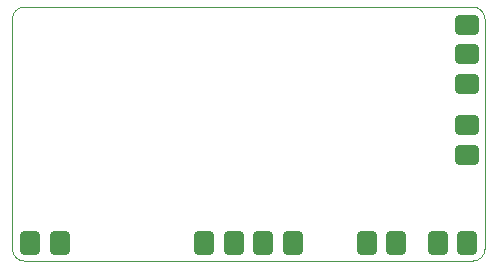
<source format=gbr>
%TF.GenerationSoftware,KiCad,Pcbnew,9.0.2*%
%TF.CreationDate,2025-07-23T23:09:00-07:00*%
%TF.ProjectId,3pdt-pwr-breakout-neg-V2,33706474-2d70-4777-922d-627265616b6f,rev?*%
%TF.SameCoordinates,Original*%
%TF.FileFunction,Paste,Top*%
%TF.FilePolarity,Positive*%
%FSLAX46Y46*%
G04 Gerber Fmt 4.6, Leading zero omitted, Abs format (unit mm)*
G04 Created by KiCad (PCBNEW 9.0.2) date 2025-07-23 23:09:00*
%MOMM*%
%LPD*%
G01*
G04 APERTURE LIST*
G04 Aperture macros list*
%AMRoundRect*
0 Rectangle with rounded corners*
0 $1 Rounding radius*
0 $2 $3 $4 $5 $6 $7 $8 $9 X,Y pos of 4 corners*
0 Add a 4 corners polygon primitive as box body*
4,1,4,$2,$3,$4,$5,$6,$7,$8,$9,$2,$3,0*
0 Add four circle primitives for the rounded corners*
1,1,$1+$1,$2,$3*
1,1,$1+$1,$4,$5*
1,1,$1+$1,$6,$7*
1,1,$1+$1,$8,$9*
0 Add four rect primitives between the rounded corners*
20,1,$1+$1,$2,$3,$4,$5,0*
20,1,$1+$1,$4,$5,$6,$7,0*
20,1,$1+$1,$6,$7,$8,$9,0*
20,1,$1+$1,$8,$9,$2,$3,0*%
G04 Aperture macros list end*
%ADD10RoundRect,0.247500X0.577500X0.727500X-0.577500X0.727500X-0.577500X-0.727500X0.577500X-0.727500X0*%
%ADD11RoundRect,0.247500X0.727500X-0.577500X0.727500X0.577500X-0.727500X0.577500X-0.727500X-0.577500X0*%
%ADD12RoundRect,0.247500X-0.727500X0.577500X-0.727500X-0.577500X0.727500X-0.577500X0.727500X0.577500X0*%
%TA.AperFunction,Profile*%
%ADD13C,0.100000*%
%TD*%
G04 APERTURE END LIST*
D10*
%TO.C,WP5*%
X77500000Y-71000000D03*
%TD*%
D11*
%TO.C,WP11*%
X86000000Y-63500000D03*
%TD*%
D10*
%TO.C,WP7*%
X68750000Y-71000000D03*
%TD*%
D12*
%TO.C,WP15*%
X86000000Y-52500000D03*
%TD*%
D11*
%TO.C,WP12*%
X86000000Y-61000000D03*
%TD*%
D10*
%TO.C,WP4*%
X51500000Y-71000000D03*
%TD*%
%TO.C,WP3*%
X49000000Y-71000000D03*
%TD*%
D12*
%TO.C,WP14*%
X86000000Y-57500000D03*
%TD*%
%TO.C,WP13*%
X86000000Y-55000000D03*
%TD*%
D10*
%TO.C,WP2*%
X86000000Y-71000000D03*
%TD*%
%TO.C,WP6*%
X80000000Y-71000000D03*
%TD*%
%TO.C,WP8*%
X71250000Y-71000000D03*
%TD*%
%TO.C,WP9*%
X63750000Y-71000000D03*
%TD*%
%TO.C,WP1*%
X83500000Y-71000000D03*
%TD*%
%TO.C,WP10*%
X66250000Y-71000000D03*
%TD*%
D13*
X87500000Y-71500000D02*
G75*
G02*
X86500000Y-72500000I-1000000J0D01*
G01*
X86500000Y-72500000D02*
X48500000Y-72500000D01*
X48500000Y-72500000D02*
G75*
G02*
X47500000Y-71500000I0J1000000D01*
G01*
X48500000Y-51000000D02*
X86500000Y-51000000D01*
X47500000Y-71500000D02*
X47500000Y-52000000D01*
X87500000Y-52000000D02*
X87500000Y-71500000D01*
X86500000Y-51000000D02*
G75*
G02*
X87500000Y-52000000I0J-1000000D01*
G01*
X47500000Y-52000000D02*
G75*
G02*
X48500000Y-51000000I1000000J0D01*
G01*
M02*

</source>
